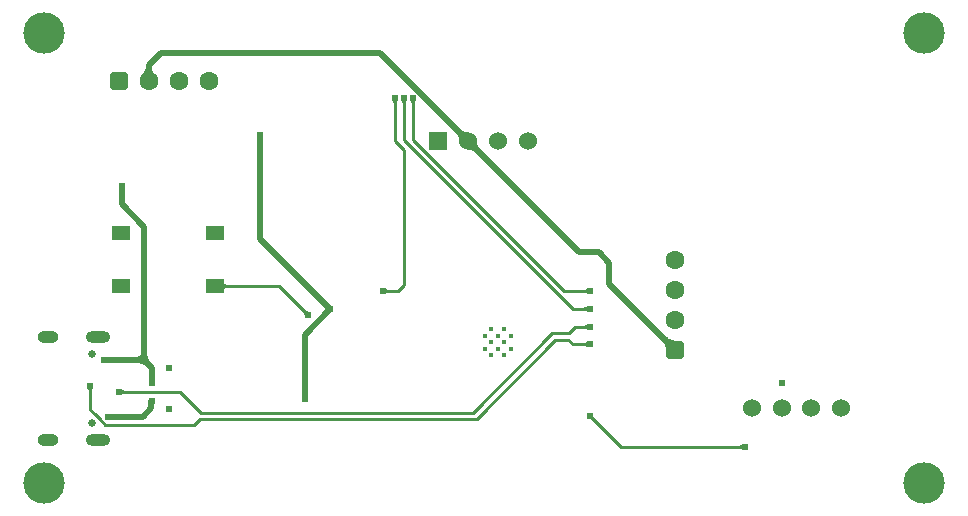
<source format=gtl>
G04*
G04 #@! TF.GenerationSoftware,Altium Limited,Altium Designer,25.6.2 (33)*
G04*
G04 Layer_Physical_Order=1*
G04 Layer_Color=255*
%FSLAX25Y25*%
%MOIN*%
G70*
G04*
G04 #@! TF.SameCoordinates,A6983FEA-D560-4925-98B3-38CB5C928B3C*
G04*
G04*
G04 #@! TF.FilePolarity,Positive*
G04*
G01*
G75*
%ADD10C,0.01000*%
%ADD16R,0.06102X0.05118*%
%ADD26C,0.02000*%
%ADD27R,0.06000X0.06000*%
%ADD28C,0.06000*%
%ADD29C,0.06299*%
%ADD30O,0.08268X0.03937*%
%ADD31O,0.07087X0.03937*%
%ADD32C,0.01575*%
%ADD33C,0.02559*%
G04:AMPARAMS|DCode=34|XSize=62.99mil|YSize=62.99mil|CornerRadius=15.75mil|HoleSize=0mil|Usage=FLASHONLY|Rotation=0.000|XOffset=0mil|YOffset=0mil|HoleType=Round|Shape=RoundedRectangle|*
%AMROUNDEDRECTD34*
21,1,0.06299,0.03150,0,0,0.0*
21,1,0.03150,0.06299,0,0,0.0*
1,1,0.03150,0.01575,-0.01575*
1,1,0.03150,-0.01575,-0.01575*
1,1,0.03150,-0.01575,0.01575*
1,1,0.03150,0.01575,0.01575*
%
%ADD34ROUNDEDRECTD34*%
%ADD35C,0.13780*%
G04:AMPARAMS|DCode=36|XSize=62.99mil|YSize=62.99mil|CornerRadius=15.75mil|HoleSize=0mil|Usage=FLASHONLY|Rotation=90.000|XOffset=0mil|YOffset=0mil|HoleType=Round|Shape=RoundedRectangle|*
%AMROUNDEDRECTD36*
21,1,0.06299,0.03150,0,0,90.0*
21,1,0.03150,0.06299,0,0,90.0*
1,1,0.03150,0.01575,0.01575*
1,1,0.03150,0.01575,-0.01575*
1,1,0.03150,-0.01575,-0.01575*
1,1,0.03150,-0.01575,0.01575*
%
%ADD36ROUNDEDRECTD36*%
%ADD37C,0.02400*%
G36*
X165512Y301590D02*
X165548Y301308D01*
X165608Y301032D01*
X165693Y300762D01*
X165801Y300497D01*
X165934Y300236D01*
X166090Y299982D01*
X166271Y299732D01*
X166476Y299488D01*
X166705Y299249D01*
X162295D01*
X162524Y299488D01*
X162729Y299732D01*
X162910Y299982D01*
X163066Y300236D01*
X163199Y300497D01*
X163307Y300762D01*
X163392Y301032D01*
X163452Y301308D01*
X163488Y301590D01*
X163500Y301876D01*
X165500D01*
X165512Y301590D01*
D02*
G37*
G36*
X250275Y290574D02*
X250218Y290498D01*
X250167Y290417D01*
X250122Y290330D01*
X250085Y290238D01*
X250054Y290140D01*
X250031Y290036D01*
X250014Y289926D01*
X250003Y289810D01*
X250000Y289689D01*
X249000D01*
X248997Y289810D01*
X248986Y289926D01*
X248969Y290036D01*
X248946Y290140D01*
X248915Y290238D01*
X248878Y290330D01*
X248833Y290417D01*
X248782Y290498D01*
X248725Y290574D01*
X248660Y290643D01*
X250340D01*
X250275Y290574D01*
D02*
G37*
G36*
X247275D02*
X247218Y290498D01*
X247167Y290417D01*
X247122Y290330D01*
X247085Y290238D01*
X247054Y290140D01*
X247031Y290036D01*
X247014Y289926D01*
X247003Y289810D01*
X247000Y289689D01*
X246000D01*
X245997Y289810D01*
X245986Y289926D01*
X245969Y290036D01*
X245946Y290140D01*
X245915Y290238D01*
X245878Y290330D01*
X245833Y290417D01*
X245782Y290498D01*
X245725Y290574D01*
X245660Y290643D01*
X247340D01*
X247275Y290574D01*
D02*
G37*
G36*
X187576Y229417D02*
X187651Y229359D01*
X187732Y229308D01*
X187819Y229264D01*
X187912Y229227D01*
X188010Y229196D01*
X188114Y229172D01*
X188224Y229155D01*
X188339Y229145D01*
X188461Y229142D01*
Y228142D01*
X188339Y228138D01*
X188224Y228128D01*
X188114Y228111D01*
X188010Y228087D01*
X187912Y228057D01*
X187819Y228019D01*
X187732Y227975D01*
X187651Y227924D01*
X187576Y227866D01*
X187507Y227802D01*
Y229482D01*
X187576Y229417D01*
D02*
G37*
G36*
X189699Y229547D02*
X189729Y229462D01*
X189779Y229387D01*
X189849Y229322D01*
X189939Y229267D01*
X190049Y229222D01*
X190179Y229187D01*
X190329Y229162D01*
X190499Y229147D01*
X190689Y229142D01*
Y228142D01*
X190499Y228137D01*
X190329Y228122D01*
X190179Y228097D01*
X190049Y228062D01*
X189939Y228017D01*
X189849Y227962D01*
X189779Y227897D01*
X189729Y227822D01*
X189699Y227737D01*
X189689Y227642D01*
Y229642D01*
X189699Y229547D01*
D02*
G37*
G36*
X243426Y227775D02*
X243502Y227718D01*
X243583Y227667D01*
X243670Y227622D01*
X243762Y227585D01*
X243860Y227554D01*
X243964Y227531D01*
X244074Y227514D01*
X244190Y227503D01*
X244311Y227500D01*
Y226500D01*
X244190Y226497D01*
X244074Y226486D01*
X243964Y226469D01*
X243860Y226446D01*
X243762Y226415D01*
X243670Y226378D01*
X243583Y226333D01*
X243502Y226282D01*
X243426Y226225D01*
X243357Y226160D01*
Y227840D01*
X243426Y227775D01*
D02*
G37*
G36*
X216661Y220551D02*
X216750Y220476D01*
X216840Y220411D01*
X216930Y220354D01*
X217021Y220306D01*
X217113Y220267D01*
X217206Y220237D01*
X217299Y220216D01*
X217393Y220203D01*
X217488Y220200D01*
X216300Y219012D01*
X216297Y219107D01*
X216284Y219201D01*
X216263Y219294D01*
X216233Y219387D01*
X216194Y219479D01*
X216146Y219570D01*
X216089Y219660D01*
X216024Y219750D01*
X215949Y219839D01*
X215866Y219927D01*
X216573Y220634D01*
X216661Y220551D01*
D02*
G37*
G36*
X164000Y206414D02*
X164014Y206020D01*
X164057Y205638D01*
X164127Y205267D01*
X164226Y204908D01*
X164354Y204561D01*
X164509Y204225D01*
X164693Y203901D01*
X164905Y203589D01*
X165146Y203289D01*
X165414Y203000D01*
X164000Y201586D01*
X163711Y201854D01*
X163411Y202095D01*
X163099Y202307D01*
X162775Y202491D01*
X162439Y202646D01*
X162092Y202774D01*
X161733Y202873D01*
X161362Y202943D01*
X160980Y202986D01*
X160586Y203000D01*
X160000Y205000D01*
X160380Y205020D01*
X160720Y205080D01*
X161020Y205180D01*
X161280Y205320D01*
X161500Y205500D01*
X161680Y205720D01*
X161820Y205980D01*
X161920Y206280D01*
X161980Y206620D01*
X162000Y207000D01*
X164000Y206414D01*
D02*
G37*
G36*
X145775Y194573D02*
X145718Y194498D01*
X145667Y194417D01*
X145622Y194330D01*
X145585Y194238D01*
X145554Y194140D01*
X145531Y194036D01*
X145514Y193926D01*
X145503Y193810D01*
X145500Y193689D01*
X144500D01*
X144497Y193810D01*
X144486Y193926D01*
X144469Y194036D01*
X144446Y194140D01*
X144415Y194238D01*
X144378Y194330D01*
X144333Y194417D01*
X144282Y194498D01*
X144225Y194573D01*
X144160Y194643D01*
X145840D01*
X145775Y194573D01*
D02*
G37*
G36*
X155427Y194275D02*
X155502Y194218D01*
X155583Y194167D01*
X155670Y194122D01*
X155762Y194085D01*
X155860Y194054D01*
X155964Y194031D01*
X156074Y194014D01*
X156190Y194003D01*
X156311Y194000D01*
Y193000D01*
X156190Y192997D01*
X156074Y192986D01*
X155964Y192969D01*
X155860Y192946D01*
X155762Y192915D01*
X155670Y192878D01*
X155583Y192833D01*
X155502Y192782D01*
X155427Y192725D01*
X155357Y192660D01*
Y194340D01*
X155427Y194275D01*
D02*
G37*
G36*
X312427Y183866D02*
X312339Y183949D01*
X312250Y184024D01*
X312160Y184089D01*
X312070Y184146D01*
X311979Y184194D01*
X311887Y184233D01*
X311794Y184263D01*
X311701Y184284D01*
X311607Y184297D01*
X311512Y184300D01*
X312700Y185488D01*
X312703Y185393D01*
X312716Y185299D01*
X312737Y185206D01*
X312767Y185113D01*
X312806Y185021D01*
X312854Y184930D01*
X312911Y184840D01*
X312976Y184750D01*
X313051Y184661D01*
X313134Y184573D01*
X312427Y183866D01*
D02*
G37*
G36*
X309638Y209705D02*
X309759Y209708D01*
X309875Y209718D01*
X309984Y209735D01*
X310088Y209759D01*
X310187Y209790D01*
X310279Y209827D01*
X310366Y209871D01*
X310447Y209922D01*
X310522Y209980D01*
X310592Y210045D01*
Y208365D01*
X310522Y208429D01*
X310447Y208487D01*
X310366Y208538D01*
X310279Y208582D01*
X310187Y208620D01*
X310088Y208650D01*
X309984Y208674D01*
X309875Y208691D01*
X309759Y208701D01*
X309638Y208705D01*
Y209705D01*
D02*
G37*
G36*
X309689Y215500D02*
X309810Y215503D01*
X309926Y215514D01*
X310036Y215531D01*
X310140Y215554D01*
X310238Y215585D01*
X310330Y215622D01*
X310417Y215667D01*
X310498Y215718D01*
X310574Y215775D01*
X310643Y215840D01*
Y214160D01*
X310574Y214225D01*
X310498Y214282D01*
X310417Y214333D01*
X310330Y214378D01*
X310238Y214415D01*
X310140Y214446D01*
X310036Y214469D01*
X309926Y214486D01*
X309810Y214497D01*
X309689Y214500D01*
Y215500D01*
D02*
G37*
G36*
X361284Y175500D02*
X361405Y175503D01*
X361520Y175514D01*
X361630Y175531D01*
X361734Y175554D01*
X361832Y175585D01*
X361925Y175622D01*
X362012Y175667D01*
X362093Y175718D01*
X362168Y175775D01*
X362238Y175840D01*
Y174160D01*
X362168Y174225D01*
X362093Y174282D01*
X362012Y174333D01*
X361925Y174378D01*
X361832Y174415D01*
X361734Y174446D01*
X361630Y174469D01*
X361520Y174486D01*
X361405Y174497D01*
X361284Y174500D01*
Y175500D01*
D02*
G37*
G36*
X336869Y212045D02*
X337149Y211779D01*
X337429Y211541D01*
X337710Y211331D01*
X337991Y211149D01*
X338273Y210995D01*
X338554Y210869D01*
X338836Y210771D01*
X339118Y210701D01*
X339401Y210659D01*
X339683Y210645D01*
X336855Y207817D01*
X336841Y208099D01*
X336799Y208382D01*
X336729Y208664D01*
X336631Y208946D01*
X336505Y209227D01*
X336351Y209509D01*
X336169Y209790D01*
X335959Y210070D01*
X335721Y210351D01*
X335455Y210631D01*
X336869Y212045D01*
D02*
G37*
G36*
X309638Y221516D02*
X309759Y221519D01*
X309875Y221529D01*
X309984Y221546D01*
X310088Y221570D01*
X310187Y221601D01*
X310279Y221638D01*
X310366Y221682D01*
X310447Y221733D01*
X310522Y221791D01*
X310592Y221856D01*
Y220176D01*
X310522Y220240D01*
X310447Y220298D01*
X310366Y220349D01*
X310279Y220393D01*
X310187Y220431D01*
X310088Y220461D01*
X309984Y220485D01*
X309875Y220502D01*
X309759Y220512D01*
X309638Y220516D01*
Y221516D01*
D02*
G37*
G36*
Y227421D02*
X309759Y227425D01*
X309875Y227435D01*
X309984Y227452D01*
X310088Y227476D01*
X310187Y227506D01*
X310279Y227544D01*
X310366Y227588D01*
X310447Y227639D01*
X310522Y227697D01*
X310592Y227761D01*
Y226081D01*
X310522Y226146D01*
X310447Y226204D01*
X310366Y226255D01*
X310279Y226299D01*
X310187Y226336D01*
X310088Y226367D01*
X309984Y226391D01*
X309875Y226408D01*
X309759Y226418D01*
X309638Y226421D01*
Y227421D01*
D02*
G37*
G36*
X273566Y273020D02*
X273361Y273209D01*
X273146Y273378D01*
X272919Y273526D01*
X272682Y273655D01*
X272434Y273763D01*
X272175Y273851D01*
X271905Y273918D01*
X271624Y273966D01*
X271333Y273993D01*
X271030Y274000D01*
X274000Y276970D01*
X274007Y276667D01*
X274034Y276376D01*
X274082Y276095D01*
X274149Y275825D01*
X274237Y275566D01*
X274345Y275318D01*
X274474Y275081D01*
X274622Y274854D01*
X274791Y274639D01*
X274980Y274434D01*
X273566Y273020D01*
D02*
G37*
G36*
X252000Y289645D02*
X251997Y289766D01*
X251988Y289881D01*
X251972Y289992D01*
X251950Y290097D01*
X251922Y290197D01*
X251888Y290292D01*
X251847Y290381D01*
X251801Y290465D01*
X251748Y290545D01*
X251688Y290618D01*
X253364Y290491D01*
X253294Y290426D01*
X253233Y290356D01*
X253178Y290279D01*
X253131Y290195D01*
X253091Y290105D01*
X253058Y290009D01*
X253033Y289907D01*
X253014Y289798D01*
X253004Y289683D01*
X253000Y289561D01*
X252000Y289645D01*
D02*
G37*
G36*
X268434Y280980D02*
X268639Y280791D01*
X268854Y280622D01*
X269081Y280474D01*
X269318Y280345D01*
X269566Y280237D01*
X269825Y280149D01*
X270095Y280082D01*
X270376Y280034D01*
X270667Y280007D01*
X270970Y280000D01*
X268000Y277030D01*
X267993Y277333D01*
X267966Y277624D01*
X267918Y277905D01*
X267851Y278175D01*
X267763Y278434D01*
X267655Y278682D01*
X267526Y278919D01*
X267378Y279146D01*
X267209Y279361D01*
X267020Y279566D01*
X268434Y280980D01*
D02*
G37*
D10*
X249500Y229000D02*
Y274000D01*
X246500Y277000D02*
Y291500D01*
Y277000D02*
X249500Y274000D01*
X247500Y227000D02*
X249500Y229000D01*
X242500Y227000D02*
X247500D01*
X207858Y228642D02*
X217500Y219000D01*
X186650Y228642D02*
X207858D01*
X145000Y187500D02*
Y195500D01*
X146591Y185909D02*
X146640D01*
X150000Y182500D02*
X179500D01*
X148268Y184232D02*
X150000Y182500D01*
X145000Y187500D02*
X146591Y185909D01*
X148268Y184232D02*
Y184281D01*
X146640Y185909D02*
X148268Y184281D01*
X154500Y193500D02*
X175000D01*
X182000Y186500D01*
X272500D02*
X299000Y213000D01*
X182000Y186500D02*
X272500D01*
X181500Y184500D02*
X274000D01*
X300086Y210586D01*
X179500Y182500D02*
X181500Y184500D01*
X300086Y210586D02*
X304414D01*
X305795Y209205D01*
X311449D01*
X252500Y291318D02*
X252591Y291409D01*
X252500Y277379D02*
Y291318D01*
Y277379D02*
X302957Y226921D01*
X249500Y277500D02*
X305984Y221016D01*
X249500Y277500D02*
Y291500D01*
X305984Y221016D02*
X311449D01*
X302957Y226921D02*
X311449D01*
X311500Y185500D02*
X322000Y175000D01*
X363094D01*
X306500Y215000D02*
X311500D01*
X304500Y213000D02*
X306500Y215000D01*
X299000Y213000D02*
X304500D01*
D16*
X186650Y246358D02*
D03*
X155350D02*
D03*
X186650Y228642D02*
D03*
X155350D02*
D03*
D26*
X308000Y240000D02*
X314500D01*
X271000Y277000D02*
X308000Y240000D01*
X314500D02*
X318000Y236500D01*
Y229500D02*
X340000Y207500D01*
X318000Y229500D02*
Y236500D01*
X162500Y185000D02*
X165424Y187924D01*
Y190424D02*
X165500Y190500D01*
X165424Y187924D02*
Y190424D01*
X201500Y244500D02*
X225000Y221000D01*
X201500Y244500D02*
Y279000D01*
X216500Y191000D02*
Y212500D01*
X225000Y221000D01*
X155500Y256000D02*
Y262000D01*
Y256000D02*
X163000Y248500D01*
Y204000D02*
Y248500D01*
X149500Y204000D02*
X163000D01*
X165500Y201500D01*
Y196278D02*
Y201500D01*
X151000Y185000D02*
X162500D01*
X164500Y302500D02*
X168500Y306500D01*
X164500Y297000D02*
Y302500D01*
X168500Y306500D02*
X241500D01*
X271000Y277000D01*
D27*
X261000D02*
D03*
D28*
X271000D02*
D03*
X281000D02*
D03*
X291000D02*
D03*
X395185Y188000D02*
D03*
X385343D02*
D03*
X365657D02*
D03*
X375500D02*
D03*
D29*
X340000Y237500D02*
D03*
X174500Y297000D02*
D03*
X184500D02*
D03*
X164500D02*
D03*
X340000Y217500D02*
D03*
Y227500D02*
D03*
D30*
X147457Y211516D02*
D03*
Y177500D02*
D03*
D31*
X131000Y211516D02*
D03*
Y177500D02*
D03*
D32*
X276449Y212158D02*
D03*
X280780D02*
D03*
X278614Y214323D02*
D03*
X282945D02*
D03*
X278614Y209992D02*
D03*
X276449Y207827D02*
D03*
X280780D02*
D03*
X282945Y209992D02*
D03*
X278614Y205661D02*
D03*
X285110Y212158D02*
D03*
Y207827D02*
D03*
X282945Y205661D02*
D03*
D33*
X145488Y183130D02*
D03*
Y205886D02*
D03*
D34*
X154500Y297000D02*
D03*
D35*
X129500Y163000D02*
D03*
X423000D02*
D03*
X129500Y313000D02*
D03*
X423000D02*
D03*
D36*
X340000Y207500D02*
D03*
D37*
X246500Y291500D02*
D03*
X165500Y190500D02*
D03*
X217500Y219000D02*
D03*
X186500Y246000D02*
D03*
X155000D02*
D03*
X171360Y187750D02*
D03*
Y201250D02*
D03*
X165500Y196278D02*
D03*
X151000Y185000D02*
D03*
X201500Y279000D02*
D03*
X155500Y262000D02*
D03*
X186650Y228642D02*
D03*
X155350D02*
D03*
X149500Y204000D02*
D03*
X145000Y195500D02*
D03*
X154500Y193500D02*
D03*
X252591Y291409D02*
D03*
X249500Y291500D02*
D03*
X311500Y185500D02*
D03*
X242500Y227000D02*
D03*
X375608Y196392D02*
D03*
X363094Y175000D02*
D03*
X311449Y221016D02*
D03*
Y226921D02*
D03*
X216500Y191000D02*
D03*
X225000Y221000D02*
D03*
X311500Y215000D02*
D03*
X311449Y209205D02*
D03*
M02*

</source>
